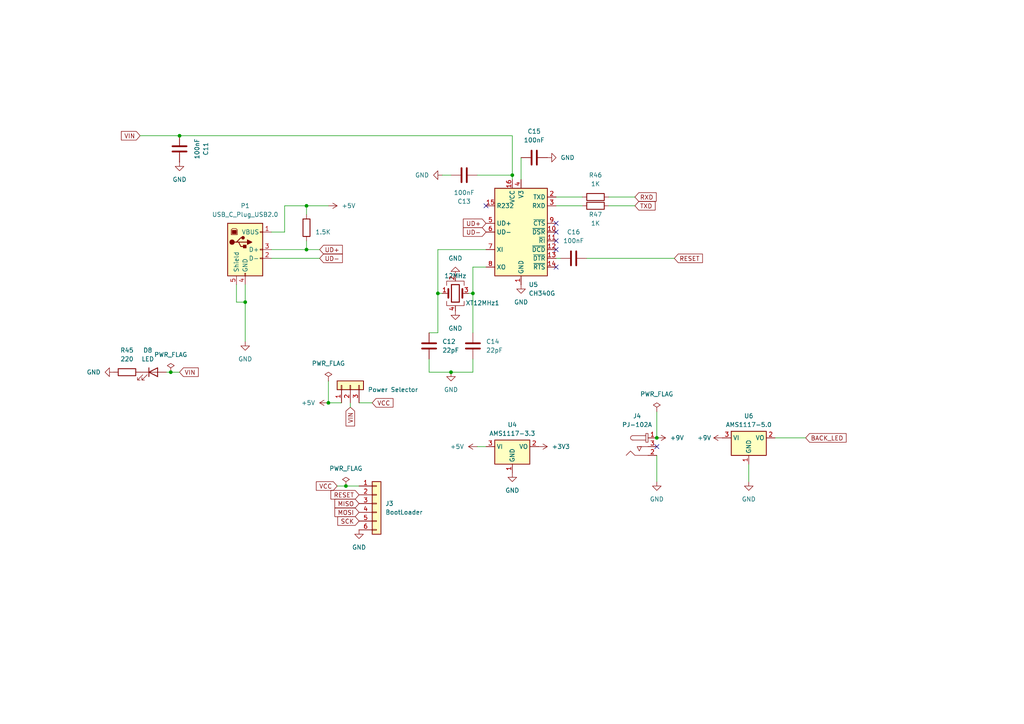
<source format=kicad_sch>
(kicad_sch (version 20231120) (generator "eeschema") (generator_version "8.0")
  (paper "A4")
  (lib_symbols
    (symbol "Connector:USB_B" (pin_names (offset 1.016))
      (property "Reference" "J" (at -5.08 11.43 0))
      (property "Value" "USB_B" (at -5.08 8.89 0))
      (symbol "USB_B_0_1"
        (rectangle (start -5.08 -7.62) (end 5.08 7.62) (stroke (width 0.254)) (fill (type background)))
        (circle (center -3.81 2.159) (radius 0.635) (stroke (width 0.254)) (fill (type outline)))
        (rectangle (start -3.81 5.588) (end -2.54 4.572) (fill (type outline)))
        (circle (center -0.635 3.429) (radius 0.381) (stroke (width 0.254)) (fill (type outline)))
        (rectangle (start -0.127 -7.62) (end 0.127 -6.858))
        (polyline (pts (xy -1.905 2.159) (xy 0.635 2.159)) (stroke (width 0.254)))
        (polyline (pts (xy -3.175 2.159) (xy -2.54 2.159) (xy -1.27 3.429) (xy -0.635 3.429)) (stroke (width 0.254)))
        (polyline (pts (xy -2.54 2.159) (xy -1.905 2.159) (xy -1.27 0.889) (xy 0 0.889)) (stroke (width 0.254)))
        (polyline (pts (xy 0.635 2.794) (xy 0.635 1.524) (xy 1.905 2.159) (xy 0.635 2.794)) (stroke (width 0.254)) (fill (type outline)))
        (polyline (pts (xy -4.064 4.318) (xy -2.286 4.318) (xy -2.286 5.715) (xy -2.667 6.096) (xy -3.683 6.096) (xy -4.064 5.715) (xy -4.064 4.318)))
        (rectangle (start 0.254 1.27) (end -0.508 0.508) (stroke (width 0.254)) (fill (type outline)))
        (rectangle (start 5.08 -2.667) (end 4.318 -2.413))
        (rectangle (start 5.08 -0.127) (end 4.318 0.127))
        (rectangle (start 5.08 4.953) (end 4.318 5.207))
      )
      (symbol "USB_B_1_1"
        (pin power_out line (at 7.62 5.08 180) (length 2.54) (name "VBUS") (number "1"))
        (pin bidirectional line (at 7.62 -2.54 180) (length 2.54) (name "D-") (number "2"))
        (pin bidirectional line (at 7.62 0 180) (length 2.54) (name "D+") (number "3"))
        (pin power_out line (at 0 -10.16 90) (length 2.54) (name "GND") (number "4"))
        (pin passive line (at -2.54 -10.16 90) (length 2.54) (name "Shield") (number "5"))
      )
    )
    (symbol "Connector_Generic:Conn_01x03" (pin_names (offset 1.016) hide)
      (property "Reference" "J" (at 0 5.08 0))
      (property "Value" "Conn_01x03" (at 0 -5.08 0))
      (symbol "Conn_01x03_1_1"
        (rectangle (start -1.27 -2.413) (end 0 -2.667) (stroke (width 0.1524)))
        (rectangle (start -1.27 0.127) (end 0 -0.127) (stroke (width 0.1524)))
        (rectangle (start -1.27 2.667) (end 0 2.413) (stroke (width 0.1524)))
        (rectangle (start -1.27 3.81) (end 1.27 -3.81) (stroke (width 0.254)) (fill (type background)))
        (pin passive line (at -5.08 2.54 0) (length 3.81) (name "Pin_1") (number "1"))
        (pin passive line (at -5.08 0 0) (length 3.81) (name "Pin_2") (number "2"))
        (pin passive line (at -5.08 -2.54 0) (length 3.81) (name "Pin_3") (number "3"))
      )
    )
    (symbol "Connector_Generic:Conn_01x06" (pin_names (offset 1.016) hide)
      (property "Reference" "J" (at 0 7.62 0))
      (property "Value" "Conn_01x06" (at 0 -10.16 0))
      (symbol "Conn_01x06_1_1"
        (rectangle (start -1.27 -7.493) (end 0 -7.747) (stroke (width 0.1524)))
        (rectangle (start -1.27 -4.953) (end 0 -5.207) (stroke (width 0.1524)))
        (rectangle (start -1.27 -2.413) (end 0 -2.667) (stroke (width 0.1524)))
        (rectangle (start -1.27 0.127) (end 0 -0.127) (stroke (width 0.1524)))
        (rectangle (start -1.27 2.667) (end 0 2.413) (stroke (width 0.1524)))
        (rectangle (start -1.27 5.207) (end 0 4.953) (stroke (width 0.1524)))
        (rectangle (start -1.27 6.35) (end 1.27 -8.89) (stroke (width 0.254)) (fill (type background)))
        (pin passive line (at -5.08 5.08 0) (length 3.81) (name "Pin_1") (number "1"))
        (pin passive line (at -5.08 2.54 0) (length 3.81) (name "Pin_2") (number "2"))
        (pin passive line (at -5.08 0 0) (length 3.81) (name "Pin_3") (number "3"))
        (pin passive line (at -5.08 -2.54 0) (length 3.81) (name "Pin_4") (number "4"))
        (pin passive line (at -5.08 -5.08 0) (length 3.81) (name "Pin_5") (number "5"))
        (pin passive line (at -5.08 -7.62 0) (length 3.81) (name "Pin_6") (number "6"))
      )
    )
    (symbol "Device:C" (pin_numbers hide) (pin_names (offset 0.254))
      (property "Reference" "C" (at 0.635 2.54 0))
      (property "Value" "C" (at 0.635 -2.54 0))
      (symbol "C_0_1"
        (polyline (pts (xy -2.032 -0.762) (xy 2.032 -0.762)) (stroke (width 0.508)))
        (polyline (pts (xy -2.032 0.762) (xy 2.032 0.762)) (stroke (width 0.508)))
      )
      (symbol "C_1_1"
        (pin passive line (at 0 3.81 270) (length 2.794) (name "~") (number "1"))
        (pin passive line (at 0 -3.81 90) (length 2.794) (name "~") (number "2"))
      )
    )
    (symbol "Device:Crystal_GND24" (pin_names (offset 1.016) hide)
      (property "Reference" "Y" (at 3.175 5.08 0))
      (property "Value" "Crystal_GND24" (at 3.175 3.175 0))
      (symbol "Crystal_GND24_0_1"
        (rectangle (start -1.143 2.54) (end 1.143 -2.54) (stroke (width 0.3048)))
        (polyline (pts (xy -2.54 0) (xy -2.032 0)))
        (polyline (pts (xy -2.032 -1.27) (xy -2.032 1.27)) (stroke (width 0.508)))
        (polyline (pts (xy 0 -3.81) (xy 0 -3.556)))
        (polyline (pts (xy 0 3.556) (xy 0 3.81)))
        (polyline (pts (xy 2.032 -1.27) (xy 2.032 1.27)) (stroke (width 0.508)))
        (polyline (pts (xy 2.032 0) (xy 2.54 0)))
        (polyline (pts (xy -2.54 -2.286) (xy -2.54 -3.556) (xy 2.54 -3.556) (xy 2.54 -2.286)))
        (polyline (pts (xy -2.54 2.286) (xy -2.54 3.556) (xy 2.54 3.556) (xy 2.54 2.286)))
      )
      (symbol "Crystal_GND24_1_1"
        (pin passive line (at -3.81 0 0) (length 1.27) (name "1") (number "1"))
        (pin passive line (at 0 5.08 270) (length 1.27) (name "2") (number "2"))
        (pin passive line (at 3.81 0 180) (length 1.27) (name "3") (number "3"))
        (pin passive line (at 0 -5.08 90) (length 1.27) (name "4") (number "4"))
      )
    )
    (symbol "Device:LED" (pin_numbers hide) (pin_names (offset 1.016) hide)
      (property "Reference" "D" (at 0 2.54 0))
      (property "Value" "LED" (at 0 -2.54 0))
      (symbol "LED_0_1"
        (polyline (pts (xy -1.27 -1.27) (xy -1.27 1.27)) (stroke (width 0.254)))
        (polyline (pts (xy -1.27 0) (xy 1.27 0)))
        (polyline (pts (xy 1.27 -1.27) (xy 1.27 1.27) (xy -1.27 0) (xy 1.27 -1.27)) (stroke (width 0.254)))
        (polyline (pts (xy -3.048 -0.762) (xy -4.572 -2.286) (xy -3.81 -2.286) (xy -4.572 -2.286) (xy -4.572 -1.524)))
        (polyline (pts (xy -1.778 -0.762) (xy -3.302 -2.286) (xy -2.54 -2.286) (xy -3.302 -2.286) (xy -3.302 -1.524)))
      )
      (symbol "LED_1_1"
        (pin passive line (at -3.81 0 0) (length 2.54) (name "K") (number "1"))
        (pin passive line (at 3.81 0 180) (length 2.54) (name "A") (number "2"))
      )
    )
    (symbol "Device:R" (pin_numbers hide) (pin_names (offset 0))
      (property "Reference" "R" (at 2.032 0 90))
      (property "Value" "R" (at 0 0 90))
      (symbol "R_0_1"
        (rectangle (start -1.016 -2.54) (end 1.016 2.54) (stroke (width 0.254)))
      )
      (symbol "R_1_1"
        (pin passive line (at 0 3.81 270) (length 1.27) (name "~") (number "1"))
        (pin passive line (at 0 -3.81 90) (length 1.27) (name "~") (number "2"))
      )
    )
    (symbol "Interface_USB:CH340G"
      (property "Reference" "U" (at -5.08 13.97 0))
      (property "Value" "CH340G" (at 1.27 13.97 0))
      (symbol "CH340G_0_1"
        (rectangle (start -7.62 12.7) (end 7.62 -12.7) (stroke (width 0.254)) (fill (type background)))
      )
      (symbol "CH340G_1_1"
        (pin power_in line (at 0 -15.24 90) (length 2.54) (name "GND") (number "1"))
        (pin input line (at 10.16 0 180) (length 2.54) (name "~{DSR}") (number "10"))
        (pin input line (at 10.16 -2.54 180) (length 2.54) (name "~{RI}") (number "11"))
        (pin input line (at 10.16 -5.08 180) (length 2.54) (name "~{DCD}") (number "12"))
        (pin output line (at 10.16 -7.62 180) (length 2.54) (name "~{DTR}") (number "13"))
        (pin output line (at 10.16 -10.16 180) (length 2.54) (name "~{RTS}") (number "14"))
        (pin input line (at -10.16 7.62 0) (length 2.54) (name "R232") (number "15"))
        (pin power_in line (at -2.54 15.24 270) (length 2.54) (name "VCC") (number "16"))
        (pin output line (at 10.16 10.16 180) (length 2.54) (name "TXD") (number "2"))
        (pin input line (at 10.16 7.62 180) (length 2.54) (name "RXD") (number "3"))
        (pin power_out line (at 0 15.24 270) (length 2.54) (name "V3") (number "4"))
        (pin bidirectional line (at -10.16 2.54 0) (length 2.54) (name "UD+") (number "5"))
        (pin bidirectional line (at -10.16 0 0) (length 2.54) (name "UD-") (number "6"))
        (pin input line (at -10.16 -5.08 0) (length 2.54) (name "XI") (number "7"))
        (pin output line (at -10.16 -10.16 0) (length 2.54) (name "XO") (number "8"))
        (pin input line (at 10.16 2.54 180) (length 2.54) (name "~{CTS}") (number "9"))
      )
    )
    (symbol "Regulator_Linear:AMS1117-3.3"
      (property "Reference" "U" (at -3.81 3.175 0))
      (property "Value" "AMS1117-3.3" (at 0 3.175 0))
      (symbol "AMS1117-3.3_0_1"
        (rectangle (start -5.08 -5.08) (end 5.08 1.905) (stroke (width 0.254)) (fill (type background)))
      )
      (symbol "AMS1117-3.3_1_1"
        (pin power_in line (at 0 -7.62 90) (length 2.54) (name "GND") (number "1"))
        (pin power_out line (at 7.62 0 180) (length 2.54) (name "VO") (number "2"))
        (pin power_in line (at -7.62 0 0) (length 2.54) (name "VI") (number "3"))
      )
    )
    (symbol "Regulator_Linear:AMS1117-5.0"
      (property "Reference" "U" (at -3.81 3.175 0))
      (property "Value" "AMS1117-5.0" (at 0 3.175 0))
      (symbol "AMS1117-5.0_0_1"
        (rectangle (start -5.08 -5.08) (end 5.08 1.905) (stroke (width 0.254)) (fill (type background)))
      )
      (symbol "AMS1117-5.0_1_1"
        (pin power_in line (at 0 -7.62 90) (length 2.54) (name "GND") (number "1"))
        (pin power_out line (at 7.62 0 180) (length 2.54) (name "VO") (number "2"))
        (pin power_in line (at -7.62 0 0) (length 2.54) (name "VI") (number "3"))
      )
    )
    (symbol "dk_Barrel-Power-Connectors:PJ-102A" (pin_names (offset 1.016))
      (property "Reference" "J" (at 0 2.54 0))
      (property "Value" "PJ-102A" (at 0 -6.35 0))
      (symbol "PJ-102A_0_1"
        (arc (start -4.445 0.635) (mid -5.08 0) (end -4.445 -0.635))
        (rectangle (start -0.635 1.27) (end 0 -1.27))
        (polyline (pts (xy -0.635 -0.635) (xy -4.445 -0.635)))
        (polyline (pts (xy -0.635 0.635) (xy -4.445 0.635)))
        (polyline (pts (xy 0 -2.54) (xy -1.27 -2.54) (xy -2.54 -2.54)))
        (polyline (pts (xy 0 -5.08) (xy -3.81 -5.08) (xy -5.08 -3.81) (xy -6.35 -5.08)))
        (polyline (pts (xy -2.54 -2.54) (xy -3.175 -2.54) (xy -2.54 -3.81) (xy -1.905 -2.54) (xy -2.54 -2.54)))
      )
      (symbol "PJ-102A_1_1"
        (pin passive line (at 2.54 0 180) (length 2.54) (name "~") (number "1"))
        (pin passive line (at 2.54 -5.08 180) (length 2.54) (name "~") (number "2"))
        (pin passive line (at 2.54 -2.54 180) (length 2.54) (name "~") (number "3"))
      )
    )
    (symbol "power:+3V3" (power) (pin_numbers hide) (pin_names (offset 0) hide)
      (property "Value" "+3V3" (at 0 3.556 0))
      (symbol "+3V3_0_1"
        (polyline (pts (xy -0.762 1.27) (xy 0 2.54)))
        (polyline (pts (xy 0 0) (xy 0 2.54)))
        (polyline (pts (xy 0 2.54) (xy 0.762 1.27)))
      )
      (symbol "+3V3_1_1"
        (pin power_in line (at 0 0 90) (length 0) (name "~") (number "1"))
      )
    )
    (symbol "power:+5V" (power) (pin_numbers hide) (pin_names (offset 0) hide)
      (property "Value" "+5V" (at 0 3.556 0))
      (symbol "+5V_0_1"
        (polyline (pts (xy -0.762 1.27) (xy 0 2.54)))
        (polyline (pts (xy 0 0) (xy 0 2.54)))
        (polyline (pts (xy 0 2.54) (xy 0.762 1.27)))
      )
      (symbol "+5V_1_1"
        (pin power_in line (at 0 0 90) (length 0) (name "~") (number "1"))
      )
    )
    (symbol "power:+9V" (power) (pin_numbers hide) (pin_names (offset 0) hide)
      (property "Value" "+9V" (at 0 3.556 0))
      (symbol "+9V_0_1"
        (polyline (pts (xy -0.762 1.27) (xy 0 2.54)))
        (polyline (pts (xy 0 0) (xy 0 2.54)))
        (polyline (pts (xy 0 2.54) (xy 0.762 1.27)))
      )
      (symbol "+9V_1_1"
        (pin power_in line (at 0 0 90) (length 0) (name "~") (number "1"))
      )
    )
    (symbol "power:GND" (power) (pin_numbers hide) (pin_names (offset 0) hide)
      (property "Value" "GND" (at 0 -3.81 0))
      (symbol "GND_0_1"
        (polyline (pts (xy 0 0) (xy 0 -1.27) (xy 1.27 -1.27) (xy 0 -2.54) (xy -1.27 -1.27) (xy 0 -1.27)))
      )
      (symbol "GND_1_1"
        (pin power_in line (at 0 0 270) (length 0) (name "~") (number "1"))
      )
    )
    (symbol "power:PWR_FLAG" (power) (pin_numbers hide) (pin_names (offset 0) hide)
      (property "Value" "PWR_FLAG" (at 0 3.81 0))
      (symbol "PWR_FLAG_0_0"
        (pin power_out line (at 0 0 90) (length 0) (name "~") (number "1"))
      )
      (symbol "PWR_FLAG_0_1"
        (polyline (pts (xy 0 0) (xy 0 1.27) (xy -1.016 1.905) (xy 0 2.54) (xy 1.016 1.905) (xy 0 1.27)))
      )
    )
  )
  (junction (at 148.59 50.8))
  (junction (at 88.9 72.39))
  (junction (at 88.9 59.69))
  (junction (at 130.81 107.95))
  (junction (at 52.07 39.37))
  (junction (at 71.12 87.63))
  (junction (at 137.16 85.09))
  (junction (at 49.53 107.95))
  (junction (at 127 85.09))
  (junction (at 95.25 116.84))
  (junction (at 190.5 127))
  (junction (at 100.33 140.97))
  (no_connect (at 140.97 59.69))
  (no_connect (at 190.5 129.54))
  (no_connect (at 161.29 72.39))
  (no_connect (at 161.29 69.85))
  (no_connect (at 161.29 67.31))
  (no_connect (at 161.29 64.77))
  (no_connect (at 161.29 77.47))
  (wire (pts (xy 195.58 74.93) (xy 170.18 74.93)))
  (wire (pts (xy 148.59 50.8) (xy 148.59 39.37)))
  (wire (pts (xy 190.5 139.7) (xy 190.5 132.08)))
  (wire (pts (xy 88.9 59.69) (xy 82.55 59.69)))
  (wire (pts (xy 161.29 59.69) (xy 168.91 59.69)))
  (wire (pts (xy 151.13 45.72) (xy 151.13 52.07)))
  (wire (pts (xy 127 85.09) (xy 127 96.52)))
  (wire (pts (xy 92.71 72.39) (xy 88.9 72.39)))
  (wire (pts (xy 127 72.39) (xy 127 85.09)))
  (wire (pts (xy 101.6 116.84) (xy 101.6 118.11)))
  (wire (pts (xy 100.33 140.97) (xy 104.14 140.97)))
  (wire (pts (xy 68.58 87.63) (xy 71.12 87.63)))
  (wire (pts (xy 88.9 69.85) (xy 88.9 72.39)))
  (wire (pts (xy 130.81 107.95) (xy 137.16 107.95)))
  (wire (pts (xy 137.16 85.09) (xy 137.16 96.52)))
  (wire (pts (xy 97.79 140.97) (xy 100.33 140.97)))
  (wire (pts (xy 88.9 62.23) (xy 88.9 59.69)))
  (wire (pts (xy 176.53 59.69) (xy 184.15 59.69)))
  (wire (pts (xy 137.16 77.47) (xy 140.97 77.47)))
  (wire (pts (xy 95.25 59.69) (xy 88.9 59.69)))
  (wire (pts (xy 95.25 110.49) (xy 95.25 116.84)))
  (wire (pts (xy 40.64 39.37) (xy 52.07 39.37)))
  (wire (pts (xy 71.12 87.63) (xy 71.12 82.55)))
  (wire (pts (xy 52.07 107.95) (xy 49.53 107.95)))
  (wire (pts (xy 82.55 67.31) (xy 78.74 67.31)))
  (wire (pts (xy 233.68 127) (xy 224.79 127)))
  (wire (pts (xy 138.43 50.8) (xy 148.59 50.8)))
  (wire (pts (xy 138.43 129.54) (xy 140.97 129.54)))
  (wire (pts (xy 140.97 72.39) (xy 127 72.39)))
  (wire (pts (xy 137.16 77.47) (xy 137.16 85.09)))
  (wire (pts (xy 88.9 72.39) (xy 78.74 72.39)))
  (wire (pts (xy 148.59 50.8) (xy 148.59 52.07)))
  (wire (pts (xy 49.53 107.95) (xy 48.26 107.95)))
  (wire (pts (xy 137.16 107.95) (xy 137.16 104.14)))
  (wire (pts (xy 127 96.52) (xy 124.46 96.52)))
  (wire (pts (xy 128.27 85.09) (xy 127 85.09)))
  (wire (pts (xy 162.56 74.93) (xy 161.29 74.93)))
  (wire (pts (xy 95.25 116.84) (xy 99.06 116.84)))
  (wire (pts (xy 124.46 107.95) (xy 130.81 107.95)))
  (wire (pts (xy 82.55 59.69) (xy 82.55 67.31)))
  (wire (pts (xy 176.53 57.15) (xy 184.15 57.15)))
  (wire (pts (xy 124.46 107.95) (xy 124.46 104.14)))
  (wire (pts (xy 190.5 119.38) (xy 190.5 127)))
  (wire (pts (xy 135.89 85.09) (xy 137.16 85.09)))
  (wire (pts (xy 107.95 116.84) (xy 104.14 116.84)))
  (wire (pts (xy 68.58 82.55) (xy 68.58 87.63)))
  (wire (pts (xy 217.17 139.7) (xy 217.17 134.62)))
  (wire (pts (xy 52.07 39.37) (xy 148.59 39.37)))
  (wire (pts (xy 92.71 74.93) (xy 78.74 74.93)))
  (wire (pts (xy 161.29 57.15) (xy 168.91 57.15)))
  (wire (pts (xy 71.12 99.06) (xy 71.12 87.63)))
  (wire (pts (xy 130.81 50.8) (xy 128.27 50.8)))
  (global_label "MOSI" (shape input) (at 104.14 148.59 180) (property "Intersheetrefs" "${INTERSHEET_REFS}" (effects (hide yes))))
  (global_label "RXD" (shape input) (at 184.15 57.15 0) (property "Intersheetrefs" "${INTERSHEET_REFS}" (effects (hide yes))))
  (global_label "VIN" (shape input) (at 52.07 107.95 0) (property "Intersheetrefs" "${INTERSHEET_REFS}" (effects (hide yes))))
  (global_label "VCC" (shape input) (at 97.79 140.97 180) (property "Intersheetrefs" "${INTERSHEET_REFS}" (effects (hide yes))))
  (global_label "TXD" (shape input) (at 184.15 59.69 0) (property "Intersheetrefs" "${INTERSHEET_REFS}" (effects (hide yes))))
  (global_label "BACK_LED" (shape input) (at 233.68 127 0) (property "Intersheetrefs" "${INTERSHEET_REFS}" (effects (hide yes))))
  (global_label "UD-" (shape input) (at 92.71 74.93 0) (property "Intersheetrefs" "${INTERSHEET_REFS}" (effects (hide yes))))
  (global_label "VIN" (shape input) (at 40.64 39.37 180) (property "Intersheetrefs" "${INTERSHEET_REFS}" (effects (hide yes))))
  (global_label "RESET" (shape input) (at 104.14 143.51 180) (property "Intersheetrefs" "${INTERSHEET_REFS}" (effects (hide yes))))
  (global_label "VCC" (shape input) (at 107.95 116.84 0) (property "Intersheetrefs" "${INTERSHEET_REFS}" (effects (hide yes))))
  (global_label "VIN" (shape input) (at 101.6 118.11 270) (property "Intersheetrefs" "${INTERSHEET_REFS}" (effects (hide yes))))
  (global_label "UD+" (shape input) (at 92.71 72.39 0) (property "Intersheetrefs" "${INTERSHEET_REFS}" (effects (hide yes))))
  (global_label "SCK" (shape input) (at 104.14 151.13 180) (property "Intersheetrefs" "${INTERSHEET_REFS}" (effects (hide yes))))
  (global_label "UD+" (shape input) (at 140.97 64.77 180) (property "Intersheetrefs" "${INTERSHEET_REFS}" (effects (hide yes))))
  (global_label "RESET" (shape input) (at 195.58 74.93 0) (property "Intersheetrefs" "${INTERSHEET_REFS}" (effects (hide yes))))
  (global_label "MISO" (shape input) (at 104.14 146.05 180) (property "Intersheetrefs" "${INTERSHEET_REFS}" (effects (hide yes))))
  (global_label "UD-" (shape input) (at 140.97 67.31 180) (property "Intersheetrefs" "${INTERSHEET_REFS}" (effects (hide yes))))
  (symbol (lib_id "power:GND") (at 104.14 153.67 0) (unit 1)
    (property "Reference" "#PWR08" (effects (hide yes)))
    (property "Value" "GND" (at 104.14 158.75 0))
    (property "Description" "Power symbol creates a global label with name \"GND\" , ground" (effects (hide yes)))
  )
  (symbol (lib_id "Connector_Generic:Conn_01x03") (at 101.6 111.76 90) (unit 1)
    (property "Reference" "JP1" (effects (hide yes)))
    (property "Value" "Power Selector" (at 106.68 113.0299 90) (effects (justify right)))
    (property "Footprint" "Connector_PinHeader_2.54mm:PinHeader_1x03_P2.54mm_Vertical" (effects (hide yes)))
    (property "Description" "Generic connector, single row, 01x03, script generated (kicad-library-utils/schlib/autogen/connector/)" (effects (hide yes)))
  )
  (symbol (lib_id "Device:R") (at 172.72 57.15 270) (unit 1)
    (property "Reference" "R46" (at 172.72 50.8 90))
    (property "Value" "1K" (at 172.72 53.34 90))
    (property "Footprint" "Resistor_SMD:R_1206_3216Metric_Pad1.30x1.75mm_HandSolder" (effects (hide yes)))
    (property "Description" "Resistor" (effects (hide yes)))
  )
  (symbol (lib_id "power:+5V") (at 95.25 116.84 90) (unit 1)
    (property "Reference" "#PWR06" (effects (hide yes)))
    (property "Value" "+5V" (at 91.44 116.8399 90) (effects (justify left)))
    (property "Description" "Power symbol creates a global label with name \"+5V\"" (effects (hide yes)))
  )
  (symbol (lib_id "Device:R") (at 88.9 66.04 0) (unit 1)
    (property "Reference" "R48" (effects (hide yes)))
    (property "Value" "1.5K" (at 91.44 67.3099 0) (effects (justify left)))
    (property "Footprint" "Resistor_SMD:R_1206_3216Metric_Pad1.30x1.75mm_HandSolder" (effects (hide yes)))
    (property "Description" "Resistor" (effects (hide yes)))
  )
  (symbol (lib_id "Interface_USB:CH340G") (at 151.13 67.31 0) (unit 1)
    (property "Reference" "U5" (at 153.3241 82.55 0) (effects (justify left)))
    (property "Value" "CH340G" (at 153.3241 85.09 0) (effects (justify left)))
    (property "Footprint" "Package_SO:SOIC-16_3.9x9.9mm_P1.27mm" (effects (hide yes)))
    (property "Datasheet" "http://www.datasheet5.com/pdf-local-2195953" (effects (hide yes)))
    (property "Description" "USB serial converter, UART, SOIC-16" (effects (hide yes)))
  )
  (symbol (lib_id "Device:R") (at 36.83 107.95 90) (unit 1)
    (property "Reference" "R45" (at 36.83 101.6 90))
    (property "Value" "220" (at 36.83 104.14 90))
    (property "Footprint" "Resistor_SMD:R_1206_3216Metric_Pad1.30x1.75mm_HandSolder" (effects (hide yes)))
    (property "Description" "Resistor" (effects (hide yes)))
  )
  (symbol (lib_id "Connector_Generic:Conn_01x06") (at 109.22 146.05 0) (unit 1)
    (property "Reference" "J3" (at 111.76 146.0499 0) (effects (justify left)))
    (property "Value" "BootLoader" (at 111.76 148.5899 0) (effects (justify left)))
    (property "Footprint" "Connector_PinHeader_2.54mm:PinHeader_1x06_P2.54mm_Vertical" (effects (hide yes)))
    (property "Description" "Generic connector, single row, 01x06, script generated (kicad-library-utils/schlib/autogen/connector/)" (effects (hide yes)))
  )
  (symbol (lib_id "power:GND") (at 132.08 90.17 0) (unit 1)
    (property "Reference" "#PWR014" (effects (hide yes)))
    (property "Value" "GND" (at 132.08 95.25 0))
    (property "Description" "Power symbol creates a global label with name \"GND\" , ground" (effects (hide yes)))
  )
  (symbol (lib_id "Regulator_Linear:AMS1117-5.0") (at 217.17 127 0) (unit 1)
    (property "Reference" "U6" (at 217.17 120.65 0))
    (property "Value" "AMS1117-5.0" (at 217.17 123.19 0))
    (property "Footprint" "Package_TO_SOT_SMD:SOT-223-3_TabPin2" (effects (hide yes)))
    (property "Datasheet" "http://www.advanced-monolithic.com/pdf/ds1117.pdf" (effects (hide yes)))
    (property "Description" "1A Low Dropout regulator, positive, 5.0V fixed output, SOT-223" (effects (hide yes)))
  )
  (symbol (lib_id "power:GND") (at 148.59 137.16 0) (unit 1)
    (property "Reference" "#PWR017" (effects (hide yes)))
    (property "Value" "GND" (at 148.59 142.24 0))
    (property "Description" "Power symbol creates a global label with name \"GND\" , ground" (effects (hide yes)))
  )
  (symbol (lib_id "power:GND") (at 158.75 45.72 90) (unit 1)
    (property "Reference" "#PWR035" (effects (hide yes)))
    (property "Value" "GND" (at 162.56 45.7199 90) (effects (justify right)))
    (property "Description" "Power symbol creates a global label with name \"GND\" , ground" (effects (hide yes)))
  )
  (symbol (lib_id "Device:C") (at 52.07 43.18 0) (unit 1)
    (property "Reference" "C11" (at 59.69 43.18 90))
    (property "Value" "100nF" (at 57.15 43.18 90))
    (property "Footprint" "Capacitor_SMD:C_1206_3216Metric_Pad1.33x1.80mm_HandSolder" (effects (hide yes)))
    (property "Description" "Unpolarized capacitor" (effects (hide yes)))
  )
  (symbol (lib_id "power:GND") (at 217.17 139.7 0) (unit 1)
    (property "Reference" "#PWR044" (effects (hide yes)))
    (property "Value" "GND" (at 217.17 144.78 0))
    (property "Description" "Power symbol creates a global label with name \"GND\" , ground" (effects (hide yes)))
  )
  (symbol (lib_id "Device:C") (at 137.16 100.33 180) (unit 1)
    (property "Reference" "C14" (at 140.97 99.0599 0) (effects (justify right)))
    (property "Value" "22pF" (at 140.97 101.5999 0) (effects (justify right)))
    (property "Footprint" "Capacitor_SMD:C_1206_3216Metric_Pad1.33x1.80mm_HandSolder" (effects (hide yes)))
    (property "Description" "Unpolarized capacitor" (effects (hide yes)))
  )
  (symbol (lib_id "power:GND") (at 130.81 107.95 0) (unit 1)
    (property "Reference" "#PWR012" (effects (hide yes)))
    (property "Value" "GND" (at 130.81 113.03 0))
    (property "Description" "Power symbol creates a global label with name \"GND\" , ground" (effects (hide yes)))
  )
  (symbol (lib_id "power:+5V") (at 95.25 59.69 270) (unit 1)
    (property "Reference" "#PWR05" (effects (hide yes)))
    (property "Value" "+5V" (at 99.06 59.6899 90) (effects (justify left)))
    (property "Description" "Power symbol creates a global label with name \"+5V\"" (effects (hide yes)))
  )
  (symbol (lib_id "Device:C") (at 134.62 50.8 270) (unit 1)
    (property "Reference" "C13" (at 134.62 58.42 90))
    (property "Value" "100nF" (at 134.62 55.88 90))
    (property "Footprint" "Capacitor_SMD:C_1206_3216Metric_Pad1.33x1.80mm_HandSolder" (effects (hide yes)))
    (property "Description" "Unpolarized capacitor" (effects (hide yes)))
  )
  (symbol (lib_id "Device:LED") (at 44.45 107.95 0) (unit 1)
    (property "Reference" "D8" (at 42.8625 101.6 0))
    (property "Value" "LED" (at 42.8625 104.14 0))
    (property "Footprint" "LED_SMD:LED_1206_3216Metric_Pad1.42x1.75mm_HandSolder" (effects (hide yes)))
    (property "Description" "Light emitting diode" (effects (hide yes)))
  )
  (symbol (lib_id "power:PWR_FLAG") (at 100.33 140.97 0) (unit 1)
    (property "Reference" "#FLG02" (effects (hide yes)))
    (property "Value" "PWR_FLAG" (at 100.33 135.89 0))
    (property "Description" "Special symbol for telling ERC where power comes from" (effects (hide yes)))
  )
  (symbol (lib_id "dk_Barrel-Power-Connectors:PJ-102A") (at 187.96 127 0) (unit 1)
    (property "Reference" "J4" (at 184.785 120.65 0))
    (property "Value" "PJ-102A" (at 184.785 123.19 0))
    (property "Footprint" "digikey-footprints:Barrel_Jack_5.5mmODx2.1mmID_PJ-102A" (effects (hide yes)))
    (property "Datasheet" "https://www.cui.com/product/resource/digikeypdf/pj-102a.pdf" (effects (hide yes)))
    (property "Description" "CONN PWR JACK 2X5.5MM SOLDER" (effects (hide yes)))
    (property "Digi-Key_PN" "CP-102A-ND" (effects (hide yes)))
    (property "MPN" "PJ-102A" (effects (hide yes)))
    (property "Category" "Connectors, Interconnects" (effects (hide yes)))
    (property "Family" "Barrel - Power Connectors" (effects (hide yes)))
    (property "DK_Datasheet_Link" "https://www.cui.com/product/resource/digikeypdf/pj-102a.pdf" (effects (hide yes)))
    (property "DK_Detail_Page" "/product-detail/en/cui-inc/PJ-102A/CP-102A-ND/275425" (effects (hide yes)))
    (property "Description_1" "CONN PWR JACK 2X5.5MM SOLDER" (effects (hide yes)))
    (property "Manufacturer" "CUI Inc." (effects (hide yes)))
    (property "Status" "Active" (effects (hide yes)))
  )
  (symbol (lib_id "power:GND") (at 33.02 107.95 270) (unit 1)
    (property "Reference" "#PWR046" (effects (hide yes)))
    (property "Value" "GND" (at 29.21 107.9499 90) (effects (justify right)))
    (property "Description" "Power symbol creates a global label with name \"GND\" , ground" (effects (hide yes)))
  )
  (symbol (lib_id "power:GND") (at 151.13 82.55 0) (unit 1)
    (property "Reference" "#PWR018" (effects (hide yes)))
    (property "Value" "GND" (at 151.13 87.63 0))
    (property "Description" "Power symbol creates a global label with name \"GND\" , ground" (effects (hide yes)))
  )
  (symbol (lib_id "Device:C") (at 124.46 100.33 180) (unit 1)
    (property "Reference" "C12" (at 128.27 99.0599 0) (effects (justify right)))
    (property "Value" "22pF" (at 128.27 101.5999 0) (effects (justify right)))
    (property "Footprint" "Capacitor_SMD:C_1206_3216Metric_Pad1.33x1.80mm_HandSolder" (effects (hide yes)))
    (property "Description" "Unpolarized capacitor" (effects (hide yes)))
  )
  (symbol (lib_id "Device:Crystal_GND24") (at 132.08 85.09 0) (unit 1)
    (property "Reference" "XT12MHz1" (at 139.954 87.884 0))
    (property "Value" "12MHz" (at 132.08 80.01 0))
    (property "Footprint" "Crystal:Crystal_SMD_EuroQuartz_MJ-4Pin_5.0x3.2mm_HandSoldering" (effects (hide yes)))
    (property "Description" "Four pin crystal, GND on pins 2 and 4" (effects (hide yes)))
  )
  (symbol (lib_id "power:+5V") (at 138.43 129.54 90) (unit 1)
    (property "Reference" "#PWR016" (effects (hide yes)))
    (property "Value" "+5V" (at 134.62 129.5399 90) (effects (justify left)))
    (property "Description" "Power symbol creates a global label with name \"+5V\"" (effects (hide yes)))
  )
  (symbol (lib_id "power:PWR_FLAG") (at 49.53 107.95 0) (unit 1)
    (property "Reference" "#FLG01" (effects (hide yes)))
    (property "Value" "PWR_FLAG" (at 49.53 102.87 0))
    (property "Description" "Special symbol for telling ERC where power comes from" (effects (hide yes)))
  )
  (symbol (lib_id "power:+9V") (at 209.55 127 90) (unit 1)
    (property "Reference" "#PWR048" (effects (hide yes)))
    (property "Value" "+9V" (at 206.2952 126.9999 90) (effects (justify left)))
    (property "Description" "Power symbol creates a global label with name \"+9V\"" (effects (hide yes)))
  )
  (symbol (lib_id "power:GND") (at 128.27 50.8 270) (unit 1)
    (property "Reference" "#PWR010" (effects (hide yes)))
    (property "Value" "GND" (at 124.46 50.7999 90) (effects (justify right)))
    (property "Description" "Power symbol creates a global label with name \"GND\" , ground" (effects (hide yes)))
  )
  (symbol (lib_id "power:+3V3") (at 156.21 129.54 270) (unit 1)
    (property "Reference" "#PWR020" (effects (hide yes)))
    (property "Value" "+3V3" (at 160.02 129.5399 90) (effects (justify left)))
    (property "Description" "Power symbol creates a global label with name \"+3V3\"" (effects (hide yes)))
  )
  (symbol (lib_id "power:GND") (at 71.12 99.06 0) (unit 1)
    (property "Reference" "#PWR04" (effects (hide yes)))
    (property "Value" "GND" (at 71.12 104.14 0))
    (property "Description" "Power symbol creates a global label with name \"GND\" , ground" (effects (hide yes)))
  )
  (symbol (lib_id "Connector:USB_B") (at 71.12 72.39 0) (unit 1)
    (property "Reference" "P1" (at 71.12 59.69 0))
    (property "Value" "USB_C_Plug_USB2.0" (at 71.12 62.23 0))
    (property "Footprint" "Connector_USB:USB_B_OST_USB-B1HSxx_Horizontal" (effects (hide yes)))
    (property "Description" "USB Type B connector" (effects (hide yes)))
  )
  (symbol (lib_id "Device:C") (at 166.37 74.93 90) (unit 1)
    (property "Reference" "C16" (at 166.37 67.31 90))
    (property "Value" "100nF" (at 166.37 69.85 90))
    (property "Footprint" "Capacitor_SMD:C_1206_3216Metric_Pad1.33x1.80mm_HandSolder" (effects (hide yes)))
    (property "Description" "Unpolarized capacitor" (effects (hide yes)))
  )
  (symbol (lib_id "Device:C") (at 154.94 45.72 90) (unit 1)
    (property "Reference" "C15" (at 154.94 38.1 90))
    (property "Value" "100nF" (at 154.94 40.64 90))
    (property "Footprint" "Capacitor_SMD:C_1206_3216Metric_Pad1.33x1.80mm_HandSolder" (effects (hide yes)))
    (property "Description" "Unpolarized capacitor" (effects (hide yes)))
  )
  (symbol (lib_id "power:PWR_FLAG") (at 95.25 110.49 0) (unit 1)
    (property "Reference" "#FLG04" (effects (hide yes)))
    (property "Value" "PWR_FLAG" (at 95.25 105.41 0))
    (property "Description" "Special symbol for telling ERC where power comes from" (effects (hide yes)))
  )
  (symbol (lib_id "Device:R") (at 172.72 59.69 270) (unit 1)
    (property "Reference" "R47" (at 172.72 62.23 90))
    (property "Value" "1K" (at 172.72 64.77 90))
    (property "Footprint" "Resistor_SMD:R_1206_3216Metric_Pad1.30x1.75mm_HandSolder" (effects (hide yes)))
    (property "Description" "Resistor" (effects (hide yes)))
  )
  (symbol (lib_id "power:GND") (at 190.5 139.7 0) (unit 1)
    (property "Reference" "#PWR045" (effects (hide yes)))
    (property "Value" "GND" (at 190.5 144.78 0))
    (property "Description" "Power symbol creates a global label with name \"GND\" , ground" (effects (hide yes)))
  )
  (symbol (lib_id "power:PWR_FLAG") (at 190.5 119.38 0) (unit 1)
    (property "Reference" "#FLG05" (effects (hide yes)))
    (property "Value" "PWR_FLAG" (at 190.5 114.3 0))
    (property "Description" "Special symbol for telling ERC where power comes from" (effects (hide yes)))
  )
  (symbol (lib_id "Regulator_Linear:AMS1117-3.3") (at 148.59 129.54 0) (unit 1)
    (property "Reference" "U4" (at 148.59 123.19 0))
    (property "Value" "AMS1117-3.3" (at 148.59 125.73 0))
    (property "Footprint" "Package_TO_SOT_SMD:SOT-223-3_TabPin2" (effects (hide yes)))
    (property "Datasheet" "http://www.advanced-monolithic.com/pdf/ds1117.pdf" (effects (hide yes)))
    (property "Description" "1A Low Dropout regulator, positive, 3.3V fixed output, SOT-223" (effects (hide yes)))
  )
  (symbol (lib_id "power:GND") (at 52.07 46.99 0) (unit 1)
    (property "Reference" "#PWR07" (effects (hide yes)))
    (property "Value" "GND" (at 52.07 52.07 0))
    (property "Description" "Power symbol creates a global label with name \"GND\" , ground" (effects (hide yes)))
  )
  (symbol (lib_id "power:GND") (at 132.08 80.01 180) (unit 1)
    (property "Reference" "#PWR013" (effects (hide yes)))
    (property "Value" "GND" (at 132.08 74.93 0))
    (property "Description" "Power symbol creates a global label with name \"GND\" , ground" (effects (hide yes)))
  )
  (symbol (lib_id "power:+9V") (at 190.5 127 270) (unit 1)
    (property "Reference" "#PWR047" (effects (hide yes)))
    (property "Value" "+9V" (at 194.31 126.9999 90) (effects (justify left)))
    (property "Description" "Power symbol creates a global label with name \"+9V\"" (effects (hide yes)))
  )
)
</source>
